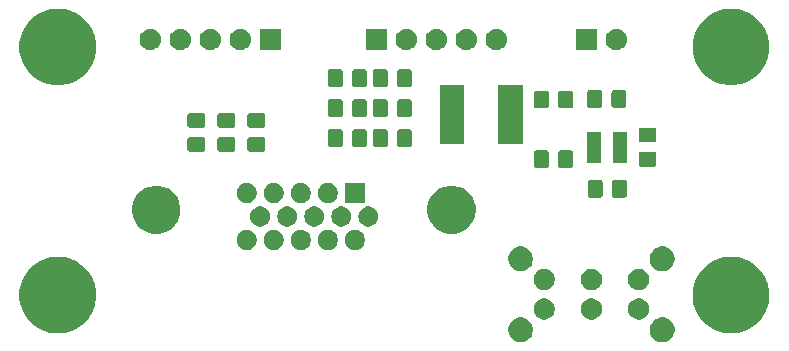
<source format=gbr>
G04 #@! TF.GenerationSoftware,KiCad,Pcbnew,6.0.0-rc1-unknown-r14633-2e907bfa*
G04 #@! TF.CreationDate,2018-12-23T16:51:31-08:00
G04 #@! TF.ProjectId,td-rgb,74642d72-6762-42e6-9b69-6361645f7063,rev?*
G04 #@! TF.SameCoordinates,Original*
G04 #@! TF.FileFunction,Soldermask,Top*
G04 #@! TF.FilePolarity,Negative*
%FSLAX46Y46*%
G04 Gerber Fmt 4.6, Leading zero omitted, Abs format (unit mm)*
G04 Created by KiCad (PCBNEW 6.0.0-rc1-unknown-r14633-2e907bfa) date Sun 23 Dec 2018 04:51:31 PM PST*
%MOMM*%
%LPD*%
G04 APERTURE LIST*
%ADD10C,0.100000*%
G04 APERTURE END LIST*
D10*
G36*
X165488566Y-109919389D02*
G01*
X165679835Y-109998615D01*
X165851977Y-110113637D01*
X165998364Y-110260024D01*
X166113386Y-110432166D01*
X166192612Y-110623435D01*
X166233001Y-110826484D01*
X166233001Y-111033516D01*
X166192612Y-111236565D01*
X166113386Y-111427834D01*
X165998364Y-111599976D01*
X165851977Y-111746363D01*
X165679835Y-111861385D01*
X165488566Y-111940611D01*
X165285517Y-111981000D01*
X165078485Y-111981000D01*
X164875436Y-111940611D01*
X164684167Y-111861385D01*
X164512025Y-111746363D01*
X164365638Y-111599976D01*
X164250616Y-111427834D01*
X164171390Y-111236565D01*
X164131001Y-111033516D01*
X164131001Y-110826484D01*
X164171390Y-110623435D01*
X164250616Y-110432166D01*
X164365638Y-110260024D01*
X164512025Y-110113637D01*
X164684167Y-109998615D01*
X164875436Y-109919389D01*
X165078485Y-109879000D01*
X165285517Y-109879000D01*
X165488566Y-109919389D01*
X165488566Y-109919389D01*
G37*
G36*
X153488566Y-109919389D02*
G01*
X153679835Y-109998615D01*
X153851977Y-110113637D01*
X153998364Y-110260024D01*
X154113386Y-110432166D01*
X154192612Y-110623435D01*
X154233001Y-110826484D01*
X154233001Y-111033516D01*
X154192612Y-111236565D01*
X154113386Y-111427834D01*
X153998364Y-111599976D01*
X153851977Y-111746363D01*
X153679835Y-111861385D01*
X153488566Y-111940611D01*
X153285517Y-111981000D01*
X153078485Y-111981000D01*
X152875436Y-111940611D01*
X152684167Y-111861385D01*
X152512025Y-111746363D01*
X152365638Y-111599976D01*
X152250616Y-111427834D01*
X152171390Y-111236565D01*
X152131001Y-111033516D01*
X152131001Y-110826484D01*
X152171390Y-110623435D01*
X152250616Y-110432166D01*
X152365638Y-110260024D01*
X152512025Y-110113637D01*
X152684167Y-109998615D01*
X152875436Y-109919389D01*
X153078485Y-109879000D01*
X153285517Y-109879000D01*
X153488566Y-109919389D01*
X153488566Y-109919389D01*
G37*
G36*
X171634239Y-104811467D02*
G01*
X171948282Y-104873934D01*
X172539926Y-105119001D01*
X173002126Y-105427834D01*
X173072395Y-105474786D01*
X173525214Y-105927605D01*
X173525216Y-105927608D01*
X173880999Y-106460074D01*
X174126066Y-107051718D01*
X174126066Y-107051719D01*
X174251000Y-107679803D01*
X174251000Y-108320197D01*
X174188533Y-108634239D01*
X174126066Y-108948282D01*
X173880999Y-109539926D01*
X173627449Y-109919390D01*
X173525214Y-110072395D01*
X173072395Y-110525214D01*
X173072392Y-110525216D01*
X172539926Y-110880999D01*
X171948282Y-111126066D01*
X171634239Y-111188533D01*
X171320197Y-111251000D01*
X170679803Y-111251000D01*
X170365761Y-111188533D01*
X170051718Y-111126066D01*
X169460074Y-110880999D01*
X168927608Y-110525216D01*
X168927605Y-110525214D01*
X168474786Y-110072395D01*
X168372551Y-109919390D01*
X168119001Y-109539926D01*
X167873934Y-108948282D01*
X167811467Y-108634239D01*
X167749000Y-108320197D01*
X167749000Y-107679803D01*
X167873934Y-107051719D01*
X167873934Y-107051718D01*
X168119001Y-106460074D01*
X168474784Y-105927608D01*
X168474786Y-105927605D01*
X168927605Y-105474786D01*
X168997874Y-105427834D01*
X169460074Y-105119001D01*
X170051718Y-104873934D01*
X170365761Y-104811467D01*
X170679803Y-104749000D01*
X171320197Y-104749000D01*
X171634239Y-104811467D01*
X171634239Y-104811467D01*
G37*
G36*
X114634239Y-104811467D02*
G01*
X114948282Y-104873934D01*
X115539926Y-105119001D01*
X116002126Y-105427834D01*
X116072395Y-105474786D01*
X116525214Y-105927605D01*
X116525216Y-105927608D01*
X116880999Y-106460074D01*
X117126066Y-107051718D01*
X117126066Y-107051719D01*
X117251000Y-107679803D01*
X117251000Y-108320197D01*
X117188533Y-108634239D01*
X117126066Y-108948282D01*
X116880999Y-109539926D01*
X116627449Y-109919390D01*
X116525214Y-110072395D01*
X116072395Y-110525214D01*
X116072392Y-110525216D01*
X115539926Y-110880999D01*
X114948282Y-111126066D01*
X114634239Y-111188533D01*
X114320197Y-111251000D01*
X113679803Y-111251000D01*
X113365761Y-111188533D01*
X113051718Y-111126066D01*
X112460074Y-110880999D01*
X111927608Y-110525216D01*
X111927605Y-110525214D01*
X111474786Y-110072395D01*
X111372551Y-109919390D01*
X111119001Y-109539926D01*
X110873934Y-108948282D01*
X110811467Y-108634239D01*
X110749000Y-108320197D01*
X110749000Y-107679803D01*
X110873934Y-107051719D01*
X110873934Y-107051718D01*
X111119001Y-106460074D01*
X111474784Y-105927608D01*
X111474786Y-105927605D01*
X111927605Y-105474786D01*
X111997874Y-105427834D01*
X112460074Y-105119001D01*
X113051718Y-104873934D01*
X113365761Y-104811467D01*
X113679803Y-104749000D01*
X114320197Y-104749000D01*
X114634239Y-104811467D01*
X114634239Y-104811467D01*
G37*
G36*
X155444813Y-108313624D02*
G01*
X155608785Y-108381544D01*
X155756355Y-108480147D01*
X155881854Y-108605646D01*
X155980457Y-108753216D01*
X156048377Y-108917188D01*
X156083001Y-109091259D01*
X156083001Y-109268741D01*
X156048377Y-109442812D01*
X155980457Y-109606784D01*
X155881854Y-109754354D01*
X155756355Y-109879853D01*
X155608785Y-109978456D01*
X155444813Y-110046376D01*
X155270742Y-110081000D01*
X155093260Y-110081000D01*
X154919189Y-110046376D01*
X154755217Y-109978456D01*
X154607647Y-109879853D01*
X154482148Y-109754354D01*
X154383545Y-109606784D01*
X154315625Y-109442812D01*
X154281001Y-109268741D01*
X154281001Y-109091259D01*
X154315625Y-108917188D01*
X154383545Y-108753216D01*
X154482148Y-108605646D01*
X154607647Y-108480147D01*
X154755217Y-108381544D01*
X154919189Y-108313624D01*
X155093260Y-108279000D01*
X155270742Y-108279000D01*
X155444813Y-108313624D01*
X155444813Y-108313624D01*
G37*
G36*
X163444813Y-108313624D02*
G01*
X163608785Y-108381544D01*
X163756355Y-108480147D01*
X163881854Y-108605646D01*
X163980457Y-108753216D01*
X164048377Y-108917188D01*
X164083001Y-109091259D01*
X164083001Y-109268741D01*
X164048377Y-109442812D01*
X163980457Y-109606784D01*
X163881854Y-109754354D01*
X163756355Y-109879853D01*
X163608785Y-109978456D01*
X163444813Y-110046376D01*
X163270742Y-110081000D01*
X163093260Y-110081000D01*
X162919189Y-110046376D01*
X162755217Y-109978456D01*
X162607647Y-109879853D01*
X162482148Y-109754354D01*
X162383545Y-109606784D01*
X162315625Y-109442812D01*
X162281001Y-109268741D01*
X162281001Y-109091259D01*
X162315625Y-108917188D01*
X162383545Y-108753216D01*
X162482148Y-108605646D01*
X162607647Y-108480147D01*
X162755217Y-108381544D01*
X162919189Y-108313624D01*
X163093260Y-108279000D01*
X163270742Y-108279000D01*
X163444813Y-108313624D01*
X163444813Y-108313624D01*
G37*
G36*
X159444813Y-108313624D02*
G01*
X159608785Y-108381544D01*
X159756355Y-108480147D01*
X159881854Y-108605646D01*
X159980457Y-108753216D01*
X160048377Y-108917188D01*
X160083001Y-109091259D01*
X160083001Y-109268741D01*
X160048377Y-109442812D01*
X159980457Y-109606784D01*
X159881854Y-109754354D01*
X159756355Y-109879853D01*
X159608785Y-109978456D01*
X159444813Y-110046376D01*
X159270742Y-110081000D01*
X159093260Y-110081000D01*
X158919189Y-110046376D01*
X158755217Y-109978456D01*
X158607647Y-109879853D01*
X158482148Y-109754354D01*
X158383545Y-109606784D01*
X158315625Y-109442812D01*
X158281001Y-109268741D01*
X158281001Y-109091259D01*
X158315625Y-108917188D01*
X158383545Y-108753216D01*
X158482148Y-108605646D01*
X158607647Y-108480147D01*
X158755217Y-108381544D01*
X158919189Y-108313624D01*
X159093260Y-108279000D01*
X159270742Y-108279000D01*
X159444813Y-108313624D01*
X159444813Y-108313624D01*
G37*
G36*
X163444813Y-105813624D02*
G01*
X163608785Y-105881544D01*
X163756355Y-105980147D01*
X163881854Y-106105646D01*
X163980457Y-106253216D01*
X164048377Y-106417188D01*
X164083001Y-106591259D01*
X164083001Y-106768741D01*
X164048377Y-106942812D01*
X163980457Y-107106784D01*
X163881854Y-107254354D01*
X163756355Y-107379853D01*
X163608785Y-107478456D01*
X163444813Y-107546376D01*
X163270742Y-107581000D01*
X163093260Y-107581000D01*
X162919189Y-107546376D01*
X162755217Y-107478456D01*
X162607647Y-107379853D01*
X162482148Y-107254354D01*
X162383545Y-107106784D01*
X162315625Y-106942812D01*
X162281001Y-106768741D01*
X162281001Y-106591259D01*
X162315625Y-106417188D01*
X162383545Y-106253216D01*
X162482148Y-106105646D01*
X162607647Y-105980147D01*
X162755217Y-105881544D01*
X162919189Y-105813624D01*
X163093260Y-105779000D01*
X163270742Y-105779000D01*
X163444813Y-105813624D01*
X163444813Y-105813624D01*
G37*
G36*
X155444813Y-105813624D02*
G01*
X155608785Y-105881544D01*
X155756355Y-105980147D01*
X155881854Y-106105646D01*
X155980457Y-106253216D01*
X156048377Y-106417188D01*
X156083001Y-106591259D01*
X156083001Y-106768741D01*
X156048377Y-106942812D01*
X155980457Y-107106784D01*
X155881854Y-107254354D01*
X155756355Y-107379853D01*
X155608785Y-107478456D01*
X155444813Y-107546376D01*
X155270742Y-107581000D01*
X155093260Y-107581000D01*
X154919189Y-107546376D01*
X154755217Y-107478456D01*
X154607647Y-107379853D01*
X154482148Y-107254354D01*
X154383545Y-107106784D01*
X154315625Y-106942812D01*
X154281001Y-106768741D01*
X154281001Y-106591259D01*
X154315625Y-106417188D01*
X154383545Y-106253216D01*
X154482148Y-106105646D01*
X154607647Y-105980147D01*
X154755217Y-105881544D01*
X154919189Y-105813624D01*
X155093260Y-105779000D01*
X155270742Y-105779000D01*
X155444813Y-105813624D01*
X155444813Y-105813624D01*
G37*
G36*
X159444813Y-105813624D02*
G01*
X159608785Y-105881544D01*
X159756355Y-105980147D01*
X159881854Y-106105646D01*
X159980457Y-106253216D01*
X160048377Y-106417188D01*
X160083001Y-106591259D01*
X160083001Y-106768741D01*
X160048377Y-106942812D01*
X159980457Y-107106784D01*
X159881854Y-107254354D01*
X159756355Y-107379853D01*
X159608785Y-107478456D01*
X159444813Y-107546376D01*
X159270742Y-107581000D01*
X159093260Y-107581000D01*
X158919189Y-107546376D01*
X158755217Y-107478456D01*
X158607647Y-107379853D01*
X158482148Y-107254354D01*
X158383545Y-107106784D01*
X158315625Y-106942812D01*
X158281001Y-106768741D01*
X158281001Y-106591259D01*
X158315625Y-106417188D01*
X158383545Y-106253216D01*
X158482148Y-106105646D01*
X158607647Y-105980147D01*
X158755217Y-105881544D01*
X158919189Y-105813624D01*
X159093260Y-105779000D01*
X159270742Y-105779000D01*
X159444813Y-105813624D01*
X159444813Y-105813624D01*
G37*
G36*
X165488566Y-103919389D02*
G01*
X165679835Y-103998615D01*
X165851977Y-104113637D01*
X165998364Y-104260024D01*
X166113386Y-104432166D01*
X166192612Y-104623435D01*
X166233001Y-104826484D01*
X166233001Y-105033516D01*
X166192612Y-105236565D01*
X166113386Y-105427834D01*
X165998364Y-105599976D01*
X165851977Y-105746363D01*
X165679835Y-105861385D01*
X165488566Y-105940611D01*
X165285517Y-105981000D01*
X165078485Y-105981000D01*
X164875436Y-105940611D01*
X164684167Y-105861385D01*
X164512025Y-105746363D01*
X164365638Y-105599976D01*
X164250616Y-105427834D01*
X164171390Y-105236565D01*
X164131001Y-105033516D01*
X164131001Y-104826484D01*
X164171390Y-104623435D01*
X164250616Y-104432166D01*
X164365638Y-104260024D01*
X164512025Y-104113637D01*
X164684167Y-103998615D01*
X164875436Y-103919389D01*
X165078485Y-103879000D01*
X165285517Y-103879000D01*
X165488566Y-103919389D01*
X165488566Y-103919389D01*
G37*
G36*
X153488566Y-103919389D02*
G01*
X153679835Y-103998615D01*
X153851977Y-104113637D01*
X153998364Y-104260024D01*
X154113386Y-104432166D01*
X154192612Y-104623435D01*
X154233001Y-104826484D01*
X154233001Y-105033516D01*
X154192612Y-105236565D01*
X154113386Y-105427834D01*
X153998364Y-105599976D01*
X153851977Y-105746363D01*
X153679835Y-105861385D01*
X153488566Y-105940611D01*
X153285517Y-105981000D01*
X153078485Y-105981000D01*
X152875436Y-105940611D01*
X152684167Y-105861385D01*
X152512025Y-105746363D01*
X152365638Y-105599976D01*
X152250616Y-105427834D01*
X152171390Y-105236565D01*
X152131001Y-105033516D01*
X152131001Y-104826484D01*
X152171390Y-104623435D01*
X152250616Y-104432166D01*
X152365638Y-104260024D01*
X152512025Y-104113637D01*
X152684167Y-103998615D01*
X152875436Y-103919389D01*
X153078485Y-103879000D01*
X153285517Y-103879000D01*
X153488566Y-103919389D01*
X153488566Y-103919389D01*
G37*
G36*
X137105229Y-102510042D02*
G01*
X137260101Y-102574192D01*
X137399482Y-102667324D01*
X137518016Y-102785858D01*
X137611148Y-102925239D01*
X137675298Y-103080111D01*
X137708001Y-103244523D01*
X137708001Y-103412155D01*
X137675298Y-103576567D01*
X137611148Y-103731439D01*
X137518016Y-103870820D01*
X137399482Y-103989354D01*
X137260101Y-104082486D01*
X137105229Y-104146636D01*
X136940817Y-104179339D01*
X136773185Y-104179339D01*
X136608773Y-104146636D01*
X136453901Y-104082486D01*
X136314520Y-103989354D01*
X136195986Y-103870820D01*
X136102854Y-103731439D01*
X136038704Y-103576567D01*
X136006001Y-103412155D01*
X136006001Y-103244523D01*
X136038704Y-103080111D01*
X136102854Y-102925239D01*
X136195986Y-102785858D01*
X136314520Y-102667324D01*
X136453901Y-102574192D01*
X136608773Y-102510042D01*
X136773185Y-102477339D01*
X136940817Y-102477339D01*
X137105229Y-102510042D01*
X137105229Y-102510042D01*
G37*
G36*
X139395229Y-102510042D02*
G01*
X139550101Y-102574192D01*
X139689482Y-102667324D01*
X139808016Y-102785858D01*
X139901148Y-102925239D01*
X139965298Y-103080111D01*
X139998001Y-103244523D01*
X139998001Y-103412155D01*
X139965298Y-103576567D01*
X139901148Y-103731439D01*
X139808016Y-103870820D01*
X139689482Y-103989354D01*
X139550101Y-104082486D01*
X139395229Y-104146636D01*
X139230817Y-104179339D01*
X139063185Y-104179339D01*
X138898773Y-104146636D01*
X138743901Y-104082486D01*
X138604520Y-103989354D01*
X138485986Y-103870820D01*
X138392854Y-103731439D01*
X138328704Y-103576567D01*
X138296001Y-103412155D01*
X138296001Y-103244523D01*
X138328704Y-103080111D01*
X138392854Y-102925239D01*
X138485986Y-102785858D01*
X138604520Y-102667324D01*
X138743901Y-102574192D01*
X138898773Y-102510042D01*
X139063185Y-102477339D01*
X139230817Y-102477339D01*
X139395229Y-102510042D01*
X139395229Y-102510042D01*
G37*
G36*
X134815229Y-102510042D02*
G01*
X134970101Y-102574192D01*
X135109482Y-102667324D01*
X135228016Y-102785858D01*
X135321148Y-102925239D01*
X135385298Y-103080111D01*
X135418001Y-103244523D01*
X135418001Y-103412155D01*
X135385298Y-103576567D01*
X135321148Y-103731439D01*
X135228016Y-103870820D01*
X135109482Y-103989354D01*
X134970101Y-104082486D01*
X134815229Y-104146636D01*
X134650817Y-104179339D01*
X134483185Y-104179339D01*
X134318773Y-104146636D01*
X134163901Y-104082486D01*
X134024520Y-103989354D01*
X133905986Y-103870820D01*
X133812854Y-103731439D01*
X133748704Y-103576567D01*
X133716001Y-103412155D01*
X133716001Y-103244523D01*
X133748704Y-103080111D01*
X133812854Y-102925239D01*
X133905986Y-102785858D01*
X134024520Y-102667324D01*
X134163901Y-102574192D01*
X134318773Y-102510042D01*
X134483185Y-102477339D01*
X134650817Y-102477339D01*
X134815229Y-102510042D01*
X134815229Y-102510042D01*
G37*
G36*
X132525229Y-102510042D02*
G01*
X132680101Y-102574192D01*
X132819482Y-102667324D01*
X132938016Y-102785858D01*
X133031148Y-102925239D01*
X133095298Y-103080111D01*
X133128001Y-103244523D01*
X133128001Y-103412155D01*
X133095298Y-103576567D01*
X133031148Y-103731439D01*
X132938016Y-103870820D01*
X132819482Y-103989354D01*
X132680101Y-104082486D01*
X132525229Y-104146636D01*
X132360817Y-104179339D01*
X132193185Y-104179339D01*
X132028773Y-104146636D01*
X131873901Y-104082486D01*
X131734520Y-103989354D01*
X131615986Y-103870820D01*
X131522854Y-103731439D01*
X131458704Y-103576567D01*
X131426001Y-103412155D01*
X131426001Y-103244523D01*
X131458704Y-103080111D01*
X131522854Y-102925239D01*
X131615986Y-102785858D01*
X131734520Y-102667324D01*
X131873901Y-102574192D01*
X132028773Y-102510042D01*
X132193185Y-102477339D01*
X132360817Y-102477339D01*
X132525229Y-102510042D01*
X132525229Y-102510042D01*
G37*
G36*
X130235229Y-102510042D02*
G01*
X130390101Y-102574192D01*
X130529482Y-102667324D01*
X130648016Y-102785858D01*
X130741148Y-102925239D01*
X130805298Y-103080111D01*
X130838001Y-103244523D01*
X130838001Y-103412155D01*
X130805298Y-103576567D01*
X130741148Y-103731439D01*
X130648016Y-103870820D01*
X130529482Y-103989354D01*
X130390101Y-104082486D01*
X130235229Y-104146636D01*
X130070817Y-104179339D01*
X129903185Y-104179339D01*
X129738773Y-104146636D01*
X129583901Y-104082486D01*
X129444520Y-103989354D01*
X129325986Y-103870820D01*
X129232854Y-103731439D01*
X129168704Y-103576567D01*
X129136001Y-103412155D01*
X129136001Y-103244523D01*
X129168704Y-103080111D01*
X129232854Y-102925239D01*
X129325986Y-102785858D01*
X129444520Y-102667324D01*
X129583901Y-102574192D01*
X129738773Y-102510042D01*
X129903185Y-102477339D01*
X130070817Y-102477339D01*
X130235229Y-102510042D01*
X130235229Y-102510042D01*
G37*
G36*
X122930253Y-98816157D02*
G01*
X122930255Y-98816158D01*
X122930256Y-98816158D01*
X123303514Y-98970766D01*
X123303515Y-98970767D01*
X123639440Y-99195225D01*
X123925115Y-99480900D01*
X123925117Y-99480903D01*
X124149574Y-99816826D01*
X124276182Y-100122486D01*
X124304183Y-100190087D01*
X124383001Y-100586332D01*
X124383001Y-100990346D01*
X124328464Y-101264523D01*
X124304182Y-101386594D01*
X124149574Y-101759852D01*
X124149573Y-101759853D01*
X123925115Y-102095778D01*
X123639440Y-102381453D01*
X123639437Y-102381455D01*
X123303514Y-102605912D01*
X122930256Y-102760520D01*
X122930255Y-102760520D01*
X122930253Y-102760521D01*
X122534008Y-102839339D01*
X122129994Y-102839339D01*
X121733749Y-102760521D01*
X121733747Y-102760520D01*
X121733746Y-102760520D01*
X121360488Y-102605912D01*
X121024565Y-102381455D01*
X121024562Y-102381453D01*
X120738887Y-102095778D01*
X120514429Y-101759853D01*
X120514428Y-101759852D01*
X120359820Y-101386594D01*
X120335539Y-101264523D01*
X120281001Y-100990346D01*
X120281001Y-100586332D01*
X120359819Y-100190087D01*
X120387820Y-100122486D01*
X120514428Y-99816826D01*
X120738885Y-99480903D01*
X120738887Y-99480900D01*
X121024562Y-99195225D01*
X121360487Y-98970767D01*
X121360488Y-98970766D01*
X121733746Y-98816158D01*
X121733747Y-98816158D01*
X121733749Y-98816157D01*
X122129994Y-98737339D01*
X122534008Y-98737339D01*
X122930253Y-98816157D01*
X122930253Y-98816157D01*
G37*
G36*
X147930253Y-98816157D02*
G01*
X147930255Y-98816158D01*
X147930256Y-98816158D01*
X148303514Y-98970766D01*
X148303515Y-98970767D01*
X148639440Y-99195225D01*
X148925115Y-99480900D01*
X148925117Y-99480903D01*
X149149574Y-99816826D01*
X149276182Y-100122486D01*
X149304183Y-100190087D01*
X149383001Y-100586332D01*
X149383001Y-100990346D01*
X149328464Y-101264523D01*
X149304182Y-101386594D01*
X149149574Y-101759852D01*
X149149573Y-101759853D01*
X148925115Y-102095778D01*
X148639440Y-102381453D01*
X148639437Y-102381455D01*
X148303514Y-102605912D01*
X147930256Y-102760520D01*
X147930255Y-102760520D01*
X147930253Y-102760521D01*
X147534008Y-102839339D01*
X147129994Y-102839339D01*
X146733749Y-102760521D01*
X146733747Y-102760520D01*
X146733746Y-102760520D01*
X146360488Y-102605912D01*
X146024565Y-102381455D01*
X146024562Y-102381453D01*
X145738887Y-102095778D01*
X145514429Y-101759853D01*
X145514428Y-101759852D01*
X145359820Y-101386594D01*
X145335539Y-101264523D01*
X145281001Y-100990346D01*
X145281001Y-100586332D01*
X145359819Y-100190087D01*
X145387820Y-100122486D01*
X145514428Y-99816826D01*
X145738885Y-99480903D01*
X145738887Y-99480900D01*
X146024562Y-99195225D01*
X146360487Y-98970767D01*
X146360488Y-98970766D01*
X146733746Y-98816158D01*
X146733747Y-98816158D01*
X146733749Y-98816157D01*
X147129994Y-98737339D01*
X147534008Y-98737339D01*
X147930253Y-98816157D01*
X147930253Y-98816157D01*
G37*
G36*
X138250229Y-100530042D02*
G01*
X138405101Y-100594192D01*
X138544482Y-100687324D01*
X138663016Y-100805858D01*
X138756148Y-100945239D01*
X138820298Y-101100111D01*
X138853001Y-101264523D01*
X138853001Y-101432155D01*
X138820298Y-101596567D01*
X138756148Y-101751439D01*
X138663016Y-101890820D01*
X138544482Y-102009354D01*
X138405101Y-102102486D01*
X138250229Y-102166636D01*
X138085817Y-102199339D01*
X137918185Y-102199339D01*
X137753773Y-102166636D01*
X137598901Y-102102486D01*
X137459520Y-102009354D01*
X137340986Y-101890820D01*
X137247854Y-101751439D01*
X137183704Y-101596567D01*
X137151001Y-101432155D01*
X137151001Y-101264523D01*
X137183704Y-101100111D01*
X137247854Y-100945239D01*
X137340986Y-100805858D01*
X137459520Y-100687324D01*
X137598901Y-100594192D01*
X137753773Y-100530042D01*
X137918185Y-100497339D01*
X138085817Y-100497339D01*
X138250229Y-100530042D01*
X138250229Y-100530042D01*
G37*
G36*
X131380229Y-100530042D02*
G01*
X131535101Y-100594192D01*
X131674482Y-100687324D01*
X131793016Y-100805858D01*
X131886148Y-100945239D01*
X131950298Y-101100111D01*
X131983001Y-101264523D01*
X131983001Y-101432155D01*
X131950298Y-101596567D01*
X131886148Y-101751439D01*
X131793016Y-101890820D01*
X131674482Y-102009354D01*
X131535101Y-102102486D01*
X131380229Y-102166636D01*
X131215817Y-102199339D01*
X131048185Y-102199339D01*
X130883773Y-102166636D01*
X130728901Y-102102486D01*
X130589520Y-102009354D01*
X130470986Y-101890820D01*
X130377854Y-101751439D01*
X130313704Y-101596567D01*
X130281001Y-101432155D01*
X130281001Y-101264523D01*
X130313704Y-101100111D01*
X130377854Y-100945239D01*
X130470986Y-100805858D01*
X130589520Y-100687324D01*
X130728901Y-100594192D01*
X130883773Y-100530042D01*
X131048185Y-100497339D01*
X131215817Y-100497339D01*
X131380229Y-100530042D01*
X131380229Y-100530042D01*
G37*
G36*
X135960229Y-100530042D02*
G01*
X136115101Y-100594192D01*
X136254482Y-100687324D01*
X136373016Y-100805858D01*
X136466148Y-100945239D01*
X136530298Y-101100111D01*
X136563001Y-101264523D01*
X136563001Y-101432155D01*
X136530298Y-101596567D01*
X136466148Y-101751439D01*
X136373016Y-101890820D01*
X136254482Y-102009354D01*
X136115101Y-102102486D01*
X135960229Y-102166636D01*
X135795817Y-102199339D01*
X135628185Y-102199339D01*
X135463773Y-102166636D01*
X135308901Y-102102486D01*
X135169520Y-102009354D01*
X135050986Y-101890820D01*
X134957854Y-101751439D01*
X134893704Y-101596567D01*
X134861001Y-101432155D01*
X134861001Y-101264523D01*
X134893704Y-101100111D01*
X134957854Y-100945239D01*
X135050986Y-100805858D01*
X135169520Y-100687324D01*
X135308901Y-100594192D01*
X135463773Y-100530042D01*
X135628185Y-100497339D01*
X135795817Y-100497339D01*
X135960229Y-100530042D01*
X135960229Y-100530042D01*
G37*
G36*
X133670229Y-100530042D02*
G01*
X133825101Y-100594192D01*
X133964482Y-100687324D01*
X134083016Y-100805858D01*
X134176148Y-100945239D01*
X134240298Y-101100111D01*
X134273001Y-101264523D01*
X134273001Y-101432155D01*
X134240298Y-101596567D01*
X134176148Y-101751439D01*
X134083016Y-101890820D01*
X133964482Y-102009354D01*
X133825101Y-102102486D01*
X133670229Y-102166636D01*
X133505817Y-102199339D01*
X133338185Y-102199339D01*
X133173773Y-102166636D01*
X133018901Y-102102486D01*
X132879520Y-102009354D01*
X132760986Y-101890820D01*
X132667854Y-101751439D01*
X132603704Y-101596567D01*
X132571001Y-101432155D01*
X132571001Y-101264523D01*
X132603704Y-101100111D01*
X132667854Y-100945239D01*
X132760986Y-100805858D01*
X132879520Y-100687324D01*
X133018901Y-100594192D01*
X133173773Y-100530042D01*
X133338185Y-100497339D01*
X133505817Y-100497339D01*
X133670229Y-100530042D01*
X133670229Y-100530042D01*
G37*
G36*
X140540229Y-100530042D02*
G01*
X140695101Y-100594192D01*
X140834482Y-100687324D01*
X140953016Y-100805858D01*
X141046148Y-100945239D01*
X141110298Y-101100111D01*
X141143001Y-101264523D01*
X141143001Y-101432155D01*
X141110298Y-101596567D01*
X141046148Y-101751439D01*
X140953016Y-101890820D01*
X140834482Y-102009354D01*
X140695101Y-102102486D01*
X140540229Y-102166636D01*
X140375817Y-102199339D01*
X140208185Y-102199339D01*
X140043773Y-102166636D01*
X139888901Y-102102486D01*
X139749520Y-102009354D01*
X139630986Y-101890820D01*
X139537854Y-101751439D01*
X139473704Y-101596567D01*
X139441001Y-101432155D01*
X139441001Y-101264523D01*
X139473704Y-101100111D01*
X139537854Y-100945239D01*
X139630986Y-100805858D01*
X139749520Y-100687324D01*
X139888901Y-100594192D01*
X140043773Y-100530042D01*
X140208185Y-100497339D01*
X140375817Y-100497339D01*
X140540229Y-100530042D01*
X140540229Y-100530042D01*
G37*
G36*
X139998001Y-100219339D02*
G01*
X138296001Y-100219339D01*
X138296001Y-98517339D01*
X139998001Y-98517339D01*
X139998001Y-100219339D01*
X139998001Y-100219339D01*
G37*
G36*
X130235229Y-98550042D02*
G01*
X130390101Y-98614192D01*
X130529482Y-98707324D01*
X130648016Y-98825858D01*
X130741148Y-98965239D01*
X130805298Y-99120111D01*
X130838001Y-99284523D01*
X130838001Y-99452155D01*
X130805298Y-99616567D01*
X130741148Y-99771439D01*
X130648016Y-99910820D01*
X130529482Y-100029354D01*
X130390101Y-100122486D01*
X130235229Y-100186636D01*
X130070817Y-100219339D01*
X129903185Y-100219339D01*
X129738773Y-100186636D01*
X129583901Y-100122486D01*
X129444520Y-100029354D01*
X129325986Y-99910820D01*
X129232854Y-99771439D01*
X129168704Y-99616567D01*
X129136001Y-99452155D01*
X129136001Y-99284523D01*
X129168704Y-99120111D01*
X129232854Y-98965239D01*
X129325986Y-98825858D01*
X129444520Y-98707324D01*
X129583901Y-98614192D01*
X129738773Y-98550042D01*
X129903185Y-98517339D01*
X130070817Y-98517339D01*
X130235229Y-98550042D01*
X130235229Y-98550042D01*
G37*
G36*
X132525229Y-98550042D02*
G01*
X132680101Y-98614192D01*
X132819482Y-98707324D01*
X132938016Y-98825858D01*
X133031148Y-98965239D01*
X133095298Y-99120111D01*
X133128001Y-99284523D01*
X133128001Y-99452155D01*
X133095298Y-99616567D01*
X133031148Y-99771439D01*
X132938016Y-99910820D01*
X132819482Y-100029354D01*
X132680101Y-100122486D01*
X132525229Y-100186636D01*
X132360817Y-100219339D01*
X132193185Y-100219339D01*
X132028773Y-100186636D01*
X131873901Y-100122486D01*
X131734520Y-100029354D01*
X131615986Y-99910820D01*
X131522854Y-99771439D01*
X131458704Y-99616567D01*
X131426001Y-99452155D01*
X131426001Y-99284523D01*
X131458704Y-99120111D01*
X131522854Y-98965239D01*
X131615986Y-98825858D01*
X131734520Y-98707324D01*
X131873901Y-98614192D01*
X132028773Y-98550042D01*
X132193185Y-98517339D01*
X132360817Y-98517339D01*
X132525229Y-98550042D01*
X132525229Y-98550042D01*
G37*
G36*
X134815229Y-98550042D02*
G01*
X134970101Y-98614192D01*
X135109482Y-98707324D01*
X135228016Y-98825858D01*
X135321148Y-98965239D01*
X135385298Y-99120111D01*
X135418001Y-99284523D01*
X135418001Y-99452155D01*
X135385298Y-99616567D01*
X135321148Y-99771439D01*
X135228016Y-99910820D01*
X135109482Y-100029354D01*
X134970101Y-100122486D01*
X134815229Y-100186636D01*
X134650817Y-100219339D01*
X134483185Y-100219339D01*
X134318773Y-100186636D01*
X134163901Y-100122486D01*
X134024520Y-100029354D01*
X133905986Y-99910820D01*
X133812854Y-99771439D01*
X133748704Y-99616567D01*
X133716001Y-99452155D01*
X133716001Y-99284523D01*
X133748704Y-99120111D01*
X133812854Y-98965239D01*
X133905986Y-98825858D01*
X134024520Y-98707324D01*
X134163901Y-98614192D01*
X134318773Y-98550042D01*
X134483185Y-98517339D01*
X134650817Y-98517339D01*
X134815229Y-98550042D01*
X134815229Y-98550042D01*
G37*
G36*
X137105229Y-98550042D02*
G01*
X137260101Y-98614192D01*
X137399482Y-98707324D01*
X137518016Y-98825858D01*
X137611148Y-98965239D01*
X137675298Y-99120111D01*
X137708001Y-99284523D01*
X137708001Y-99452155D01*
X137675298Y-99616567D01*
X137611148Y-99771439D01*
X137518016Y-99910820D01*
X137399482Y-100029354D01*
X137260101Y-100122486D01*
X137105229Y-100186636D01*
X136940817Y-100219339D01*
X136773185Y-100219339D01*
X136608773Y-100186636D01*
X136453901Y-100122486D01*
X136314520Y-100029354D01*
X136195986Y-99910820D01*
X136102854Y-99771439D01*
X136038704Y-99616567D01*
X136006001Y-99452155D01*
X136006001Y-99284523D01*
X136038704Y-99120111D01*
X136102854Y-98965239D01*
X136195986Y-98825858D01*
X136314520Y-98707324D01*
X136453901Y-98614192D01*
X136608773Y-98550042D01*
X136773185Y-98517339D01*
X136940817Y-98517339D01*
X137105229Y-98550042D01*
X137105229Y-98550042D01*
G37*
G36*
X162013677Y-98253465D02*
G01*
X162051364Y-98264898D01*
X162086103Y-98283466D01*
X162116548Y-98308452D01*
X162141534Y-98338897D01*
X162160102Y-98373636D01*
X162171535Y-98411323D01*
X162176000Y-98456661D01*
X162176000Y-99543339D01*
X162171535Y-99588677D01*
X162160102Y-99626364D01*
X162141534Y-99661103D01*
X162116548Y-99691548D01*
X162086103Y-99716534D01*
X162051364Y-99735102D01*
X162013677Y-99746535D01*
X161968339Y-99751000D01*
X161131661Y-99751000D01*
X161086323Y-99746535D01*
X161048636Y-99735102D01*
X161013897Y-99716534D01*
X160983452Y-99691548D01*
X160958466Y-99661103D01*
X160939898Y-99626364D01*
X160928465Y-99588677D01*
X160924000Y-99543339D01*
X160924000Y-98456661D01*
X160928465Y-98411323D01*
X160939898Y-98373636D01*
X160958466Y-98338897D01*
X160983452Y-98308452D01*
X161013897Y-98283466D01*
X161048636Y-98264898D01*
X161086323Y-98253465D01*
X161131661Y-98249000D01*
X161968339Y-98249000D01*
X162013677Y-98253465D01*
X162013677Y-98253465D01*
G37*
G36*
X159963677Y-98253465D02*
G01*
X160001364Y-98264898D01*
X160036103Y-98283466D01*
X160066548Y-98308452D01*
X160091534Y-98338897D01*
X160110102Y-98373636D01*
X160121535Y-98411323D01*
X160126000Y-98456661D01*
X160126000Y-99543339D01*
X160121535Y-99588677D01*
X160110102Y-99626364D01*
X160091534Y-99661103D01*
X160066548Y-99691548D01*
X160036103Y-99716534D01*
X160001364Y-99735102D01*
X159963677Y-99746535D01*
X159918339Y-99751000D01*
X159081661Y-99751000D01*
X159036323Y-99746535D01*
X158998636Y-99735102D01*
X158963897Y-99716534D01*
X158933452Y-99691548D01*
X158908466Y-99661103D01*
X158889898Y-99626364D01*
X158878465Y-99588677D01*
X158874000Y-99543339D01*
X158874000Y-98456661D01*
X158878465Y-98411323D01*
X158889898Y-98373636D01*
X158908466Y-98338897D01*
X158933452Y-98308452D01*
X158963897Y-98283466D01*
X158998636Y-98264898D01*
X159036323Y-98253465D01*
X159081661Y-98249000D01*
X159918339Y-98249000D01*
X159963677Y-98253465D01*
X159963677Y-98253465D01*
G37*
G36*
X157453677Y-95753465D02*
G01*
X157491364Y-95764898D01*
X157526103Y-95783466D01*
X157556548Y-95808452D01*
X157581534Y-95838897D01*
X157600102Y-95873636D01*
X157611535Y-95911323D01*
X157616000Y-95956661D01*
X157616000Y-97043339D01*
X157611535Y-97088677D01*
X157600102Y-97126364D01*
X157581534Y-97161103D01*
X157556548Y-97191548D01*
X157526103Y-97216534D01*
X157491364Y-97235102D01*
X157453677Y-97246535D01*
X157408339Y-97251000D01*
X156571661Y-97251000D01*
X156526323Y-97246535D01*
X156488636Y-97235102D01*
X156453897Y-97216534D01*
X156423452Y-97191548D01*
X156398466Y-97161103D01*
X156379898Y-97126364D01*
X156368465Y-97088677D01*
X156364000Y-97043339D01*
X156364000Y-95956661D01*
X156368465Y-95911323D01*
X156379898Y-95873636D01*
X156398466Y-95838897D01*
X156423452Y-95808452D01*
X156453897Y-95783466D01*
X156488636Y-95764898D01*
X156526323Y-95753465D01*
X156571661Y-95749000D01*
X157408339Y-95749000D01*
X157453677Y-95753465D01*
X157453677Y-95753465D01*
G37*
G36*
X155403677Y-95753465D02*
G01*
X155441364Y-95764898D01*
X155476103Y-95783466D01*
X155506548Y-95808452D01*
X155531534Y-95838897D01*
X155550102Y-95873636D01*
X155561535Y-95911323D01*
X155566000Y-95956661D01*
X155566000Y-97043339D01*
X155561535Y-97088677D01*
X155550102Y-97126364D01*
X155531534Y-97161103D01*
X155506548Y-97191548D01*
X155476103Y-97216534D01*
X155441364Y-97235102D01*
X155403677Y-97246535D01*
X155358339Y-97251000D01*
X154521661Y-97251000D01*
X154476323Y-97246535D01*
X154438636Y-97235102D01*
X154403897Y-97216534D01*
X154373452Y-97191548D01*
X154348466Y-97161103D01*
X154329898Y-97126364D01*
X154318465Y-97088677D01*
X154314000Y-97043339D01*
X154314000Y-95956661D01*
X154318465Y-95911323D01*
X154329898Y-95873636D01*
X154348466Y-95838897D01*
X154373452Y-95808452D01*
X154403897Y-95783466D01*
X154438636Y-95764898D01*
X154476323Y-95753465D01*
X154521661Y-95749000D01*
X155358339Y-95749000D01*
X155403677Y-95753465D01*
X155403677Y-95753465D01*
G37*
G36*
X164518676Y-95878465D02*
G01*
X164556363Y-95889898D01*
X164591102Y-95908466D01*
X164621547Y-95933452D01*
X164646533Y-95963897D01*
X164665101Y-95998636D01*
X164676534Y-96036323D01*
X164680999Y-96081661D01*
X164680999Y-96918339D01*
X164676534Y-96963677D01*
X164665101Y-97001364D01*
X164646533Y-97036103D01*
X164621547Y-97066548D01*
X164591102Y-97091534D01*
X164556363Y-97110102D01*
X164518676Y-97121535D01*
X164473338Y-97126000D01*
X163386660Y-97126000D01*
X163341322Y-97121535D01*
X163303635Y-97110102D01*
X163268896Y-97091534D01*
X163238451Y-97066548D01*
X163213465Y-97036103D01*
X163194897Y-97001364D01*
X163183464Y-96963677D01*
X163178999Y-96918339D01*
X163178999Y-96081661D01*
X163183464Y-96036323D01*
X163194897Y-95998636D01*
X163213465Y-95963897D01*
X163238451Y-95933452D01*
X163268896Y-95908466D01*
X163303635Y-95889898D01*
X163341322Y-95878465D01*
X163386660Y-95874000D01*
X164473338Y-95874000D01*
X164518676Y-95878465D01*
X164518676Y-95878465D01*
G37*
G36*
X162161000Y-96830999D02*
G01*
X160999000Y-96830999D01*
X160999000Y-94178999D01*
X162161000Y-94178999D01*
X162161000Y-96830999D01*
X162161000Y-96830999D01*
G37*
G36*
X159961000Y-96830999D02*
G01*
X158799000Y-96830999D01*
X158799000Y-94178999D01*
X159961000Y-94178999D01*
X159961000Y-96830999D01*
X159961000Y-96830999D01*
G37*
G36*
X126318677Y-94628465D02*
G01*
X126356364Y-94639898D01*
X126391103Y-94658466D01*
X126421548Y-94683452D01*
X126446534Y-94713897D01*
X126465102Y-94748636D01*
X126476535Y-94786323D01*
X126481000Y-94831661D01*
X126481000Y-95668339D01*
X126476535Y-95713677D01*
X126465102Y-95751364D01*
X126446534Y-95786103D01*
X126421548Y-95816548D01*
X126391103Y-95841534D01*
X126356364Y-95860102D01*
X126318677Y-95871535D01*
X126273339Y-95876000D01*
X125186661Y-95876000D01*
X125141323Y-95871535D01*
X125103636Y-95860102D01*
X125068897Y-95841534D01*
X125038452Y-95816548D01*
X125013466Y-95786103D01*
X124994898Y-95751364D01*
X124983465Y-95713677D01*
X124979000Y-95668339D01*
X124979000Y-94831661D01*
X124983465Y-94786323D01*
X124994898Y-94748636D01*
X125013466Y-94713897D01*
X125038452Y-94683452D01*
X125068897Y-94658466D01*
X125103636Y-94639898D01*
X125141323Y-94628465D01*
X125186661Y-94624000D01*
X126273339Y-94624000D01*
X126318677Y-94628465D01*
X126318677Y-94628465D01*
G37*
G36*
X128858677Y-94628465D02*
G01*
X128896364Y-94639898D01*
X128931103Y-94658466D01*
X128961548Y-94683452D01*
X128986534Y-94713897D01*
X129005102Y-94748636D01*
X129016535Y-94786323D01*
X129021000Y-94831661D01*
X129021000Y-95668339D01*
X129016535Y-95713677D01*
X129005102Y-95751364D01*
X128986534Y-95786103D01*
X128961548Y-95816548D01*
X128931103Y-95841534D01*
X128896364Y-95860102D01*
X128858677Y-95871535D01*
X128813339Y-95876000D01*
X127726661Y-95876000D01*
X127681323Y-95871535D01*
X127643636Y-95860102D01*
X127608897Y-95841534D01*
X127578452Y-95816548D01*
X127553466Y-95786103D01*
X127534898Y-95751364D01*
X127523465Y-95713677D01*
X127519000Y-95668339D01*
X127519000Y-94831661D01*
X127523465Y-94786323D01*
X127534898Y-94748636D01*
X127553466Y-94713897D01*
X127578452Y-94683452D01*
X127608897Y-94658466D01*
X127643636Y-94639898D01*
X127681323Y-94628465D01*
X127726661Y-94624000D01*
X128813339Y-94624000D01*
X128858677Y-94628465D01*
X128858677Y-94628465D01*
G37*
G36*
X131398677Y-94628465D02*
G01*
X131436364Y-94639898D01*
X131471103Y-94658466D01*
X131501548Y-94683452D01*
X131526534Y-94713897D01*
X131545102Y-94748636D01*
X131556535Y-94786323D01*
X131561000Y-94831661D01*
X131561000Y-95668339D01*
X131556535Y-95713677D01*
X131545102Y-95751364D01*
X131526534Y-95786103D01*
X131501548Y-95816548D01*
X131471103Y-95841534D01*
X131436364Y-95860102D01*
X131398677Y-95871535D01*
X131353339Y-95876000D01*
X130266661Y-95876000D01*
X130221323Y-95871535D01*
X130183636Y-95860102D01*
X130148897Y-95841534D01*
X130118452Y-95816548D01*
X130093466Y-95786103D01*
X130074898Y-95751364D01*
X130063465Y-95713677D01*
X130059000Y-95668339D01*
X130059000Y-94831661D01*
X130063465Y-94786323D01*
X130074898Y-94748636D01*
X130093466Y-94713897D01*
X130118452Y-94683452D01*
X130148897Y-94658466D01*
X130183636Y-94639898D01*
X130221323Y-94628465D01*
X130266661Y-94624000D01*
X131353339Y-94624000D01*
X131398677Y-94628465D01*
X131398677Y-94628465D01*
G37*
G36*
X143819553Y-93974167D02*
G01*
X143857240Y-93985600D01*
X143891979Y-94004168D01*
X143922424Y-94029154D01*
X143947410Y-94059599D01*
X143965978Y-94094338D01*
X143977411Y-94132025D01*
X143981876Y-94177363D01*
X143981876Y-95264041D01*
X143977411Y-95309379D01*
X143965978Y-95347066D01*
X143947410Y-95381805D01*
X143922424Y-95412250D01*
X143891979Y-95437236D01*
X143857240Y-95455804D01*
X143819553Y-95467237D01*
X143774215Y-95471702D01*
X142937537Y-95471702D01*
X142892199Y-95467237D01*
X142854512Y-95455804D01*
X142819773Y-95437236D01*
X142789328Y-95412250D01*
X142764342Y-95381805D01*
X142745774Y-95347066D01*
X142734341Y-95309379D01*
X142729876Y-95264041D01*
X142729876Y-94177363D01*
X142734341Y-94132025D01*
X142745774Y-94094338D01*
X142764342Y-94059599D01*
X142789328Y-94029154D01*
X142819773Y-94004168D01*
X142854512Y-93985600D01*
X142892199Y-93974167D01*
X142937537Y-93969702D01*
X143774215Y-93969702D01*
X143819553Y-93974167D01*
X143819553Y-93974167D01*
G37*
G36*
X137959553Y-93974167D02*
G01*
X137997240Y-93985600D01*
X138031979Y-94004168D01*
X138062424Y-94029154D01*
X138087410Y-94059599D01*
X138105978Y-94094338D01*
X138117411Y-94132025D01*
X138121876Y-94177363D01*
X138121876Y-95264041D01*
X138117411Y-95309379D01*
X138105978Y-95347066D01*
X138087410Y-95381805D01*
X138062424Y-95412250D01*
X138031979Y-95437236D01*
X137997240Y-95455804D01*
X137959553Y-95467237D01*
X137914215Y-95471702D01*
X137077537Y-95471702D01*
X137032199Y-95467237D01*
X136994512Y-95455804D01*
X136959773Y-95437236D01*
X136929328Y-95412250D01*
X136904342Y-95381805D01*
X136885774Y-95347066D01*
X136874341Y-95309379D01*
X136869876Y-95264041D01*
X136869876Y-94177363D01*
X136874341Y-94132025D01*
X136885774Y-94094338D01*
X136904342Y-94059599D01*
X136929328Y-94029154D01*
X136959773Y-94004168D01*
X136994512Y-93985600D01*
X137032199Y-93974167D01*
X137077537Y-93969702D01*
X137914215Y-93969702D01*
X137959553Y-93974167D01*
X137959553Y-93974167D01*
G37*
G36*
X140009553Y-93974167D02*
G01*
X140047240Y-93985600D01*
X140081979Y-94004168D01*
X140112424Y-94029154D01*
X140137410Y-94059599D01*
X140155978Y-94094338D01*
X140167411Y-94132025D01*
X140171876Y-94177363D01*
X140171876Y-95264041D01*
X140167411Y-95309379D01*
X140155978Y-95347066D01*
X140137410Y-95381805D01*
X140112424Y-95412250D01*
X140081979Y-95437236D01*
X140047240Y-95455804D01*
X140009553Y-95467237D01*
X139964215Y-95471702D01*
X139127537Y-95471702D01*
X139082199Y-95467237D01*
X139044512Y-95455804D01*
X139009773Y-95437236D01*
X138979328Y-95412250D01*
X138954342Y-95381805D01*
X138935774Y-95347066D01*
X138924341Y-95309379D01*
X138919876Y-95264041D01*
X138919876Y-94177363D01*
X138924341Y-94132025D01*
X138935774Y-94094338D01*
X138954342Y-94059599D01*
X138979328Y-94029154D01*
X139009773Y-94004168D01*
X139044512Y-93985600D01*
X139082199Y-93974167D01*
X139127537Y-93969702D01*
X139964215Y-93969702D01*
X140009553Y-93974167D01*
X140009553Y-93974167D01*
G37*
G36*
X141769553Y-93974167D02*
G01*
X141807240Y-93985600D01*
X141841979Y-94004168D01*
X141872424Y-94029154D01*
X141897410Y-94059599D01*
X141915978Y-94094338D01*
X141927411Y-94132025D01*
X141931876Y-94177363D01*
X141931876Y-95264041D01*
X141927411Y-95309379D01*
X141915978Y-95347066D01*
X141897410Y-95381805D01*
X141872424Y-95412250D01*
X141841979Y-95437236D01*
X141807240Y-95455804D01*
X141769553Y-95467237D01*
X141724215Y-95471702D01*
X140887537Y-95471702D01*
X140842199Y-95467237D01*
X140804512Y-95455804D01*
X140769773Y-95437236D01*
X140739328Y-95412250D01*
X140714342Y-95381805D01*
X140695774Y-95347066D01*
X140684341Y-95309379D01*
X140679876Y-95264041D01*
X140679876Y-94177363D01*
X140684341Y-94132025D01*
X140695774Y-94094338D01*
X140714342Y-94059599D01*
X140739328Y-94029154D01*
X140769773Y-94004168D01*
X140804512Y-93985600D01*
X140842199Y-93974167D01*
X140887537Y-93969702D01*
X141724215Y-93969702D01*
X141769553Y-93974167D01*
X141769553Y-93974167D01*
G37*
G36*
X148416000Y-95188500D02*
G01*
X146354000Y-95188500D01*
X146354000Y-90231500D01*
X148416000Y-90231500D01*
X148416000Y-95188500D01*
X148416000Y-95188500D01*
G37*
G36*
X153366000Y-95188500D02*
G01*
X151304000Y-95188500D01*
X151304000Y-90231500D01*
X153366000Y-90231500D01*
X153366000Y-95188500D01*
X153366000Y-95188500D01*
G37*
G36*
X164518676Y-93828465D02*
G01*
X164556363Y-93839898D01*
X164591102Y-93858466D01*
X164621547Y-93883452D01*
X164646533Y-93913897D01*
X164665101Y-93948636D01*
X164676534Y-93986323D01*
X164680999Y-94031661D01*
X164680999Y-94868339D01*
X164676534Y-94913677D01*
X164665101Y-94951364D01*
X164646533Y-94986103D01*
X164621547Y-95016548D01*
X164591102Y-95041534D01*
X164556363Y-95060102D01*
X164518676Y-95071535D01*
X164473338Y-95076000D01*
X163386660Y-95076000D01*
X163341322Y-95071535D01*
X163303635Y-95060102D01*
X163268896Y-95041534D01*
X163238451Y-95016548D01*
X163213465Y-94986103D01*
X163194897Y-94951364D01*
X163183464Y-94913677D01*
X163178999Y-94868339D01*
X163178999Y-94031661D01*
X163183464Y-93986323D01*
X163194897Y-93948636D01*
X163213465Y-93913897D01*
X163238451Y-93883452D01*
X163268896Y-93858466D01*
X163303635Y-93839898D01*
X163341322Y-93828465D01*
X163386660Y-93824000D01*
X164473338Y-93824000D01*
X164518676Y-93828465D01*
X164518676Y-93828465D01*
G37*
G36*
X131398677Y-92578465D02*
G01*
X131436364Y-92589898D01*
X131471103Y-92608466D01*
X131501548Y-92633452D01*
X131526534Y-92663897D01*
X131545102Y-92698636D01*
X131556535Y-92736323D01*
X131561000Y-92781661D01*
X131561000Y-93618339D01*
X131556535Y-93663677D01*
X131545102Y-93701364D01*
X131526534Y-93736103D01*
X131501548Y-93766548D01*
X131471103Y-93791534D01*
X131436364Y-93810102D01*
X131398677Y-93821535D01*
X131353339Y-93826000D01*
X130266661Y-93826000D01*
X130221323Y-93821535D01*
X130183636Y-93810102D01*
X130148897Y-93791534D01*
X130118452Y-93766548D01*
X130093466Y-93736103D01*
X130074898Y-93701364D01*
X130063465Y-93663677D01*
X130059000Y-93618339D01*
X130059000Y-92781661D01*
X130063465Y-92736323D01*
X130074898Y-92698636D01*
X130093466Y-92663897D01*
X130118452Y-92633452D01*
X130148897Y-92608466D01*
X130183636Y-92589898D01*
X130221323Y-92578465D01*
X130266661Y-92574000D01*
X131353339Y-92574000D01*
X131398677Y-92578465D01*
X131398677Y-92578465D01*
G37*
G36*
X126318677Y-92578465D02*
G01*
X126356364Y-92589898D01*
X126391103Y-92608466D01*
X126421548Y-92633452D01*
X126446534Y-92663897D01*
X126465102Y-92698636D01*
X126476535Y-92736323D01*
X126481000Y-92781661D01*
X126481000Y-93618339D01*
X126476535Y-93663677D01*
X126465102Y-93701364D01*
X126446534Y-93736103D01*
X126421548Y-93766548D01*
X126391103Y-93791534D01*
X126356364Y-93810102D01*
X126318677Y-93821535D01*
X126273339Y-93826000D01*
X125186661Y-93826000D01*
X125141323Y-93821535D01*
X125103636Y-93810102D01*
X125068897Y-93791534D01*
X125038452Y-93766548D01*
X125013466Y-93736103D01*
X124994898Y-93701364D01*
X124983465Y-93663677D01*
X124979000Y-93618339D01*
X124979000Y-92781661D01*
X124983465Y-92736323D01*
X124994898Y-92698636D01*
X125013466Y-92663897D01*
X125038452Y-92633452D01*
X125068897Y-92608466D01*
X125103636Y-92589898D01*
X125141323Y-92578465D01*
X125186661Y-92574000D01*
X126273339Y-92574000D01*
X126318677Y-92578465D01*
X126318677Y-92578465D01*
G37*
G36*
X128858677Y-92578465D02*
G01*
X128896364Y-92589898D01*
X128931103Y-92608466D01*
X128961548Y-92633452D01*
X128986534Y-92663897D01*
X129005102Y-92698636D01*
X129016535Y-92736323D01*
X129021000Y-92781661D01*
X129021000Y-93618339D01*
X129016535Y-93663677D01*
X129005102Y-93701364D01*
X128986534Y-93736103D01*
X128961548Y-93766548D01*
X128931103Y-93791534D01*
X128896364Y-93810102D01*
X128858677Y-93821535D01*
X128813339Y-93826000D01*
X127726661Y-93826000D01*
X127681323Y-93821535D01*
X127643636Y-93810102D01*
X127608897Y-93791534D01*
X127578452Y-93766548D01*
X127553466Y-93736103D01*
X127534898Y-93701364D01*
X127523465Y-93663677D01*
X127519000Y-93618339D01*
X127519000Y-92781661D01*
X127523465Y-92736323D01*
X127534898Y-92698636D01*
X127553466Y-92663897D01*
X127578452Y-92633452D01*
X127608897Y-92608466D01*
X127643636Y-92589898D01*
X127681323Y-92578465D01*
X127726661Y-92574000D01*
X128813339Y-92574000D01*
X128858677Y-92578465D01*
X128858677Y-92578465D01*
G37*
G36*
X137959553Y-91434167D02*
G01*
X137997240Y-91445600D01*
X138031979Y-91464168D01*
X138062424Y-91489154D01*
X138087410Y-91519599D01*
X138105978Y-91554338D01*
X138117411Y-91592025D01*
X138121876Y-91637363D01*
X138121876Y-92724041D01*
X138117411Y-92769379D01*
X138105978Y-92807066D01*
X138087410Y-92841805D01*
X138062424Y-92872250D01*
X138031979Y-92897236D01*
X137997240Y-92915804D01*
X137959553Y-92927237D01*
X137914215Y-92931702D01*
X137077537Y-92931702D01*
X137032199Y-92927237D01*
X136994512Y-92915804D01*
X136959773Y-92897236D01*
X136929328Y-92872250D01*
X136904342Y-92841805D01*
X136885774Y-92807066D01*
X136874341Y-92769379D01*
X136869876Y-92724041D01*
X136869876Y-91637363D01*
X136874341Y-91592025D01*
X136885774Y-91554338D01*
X136904342Y-91519599D01*
X136929328Y-91489154D01*
X136959773Y-91464168D01*
X136994512Y-91445600D01*
X137032199Y-91434167D01*
X137077537Y-91429702D01*
X137914215Y-91429702D01*
X137959553Y-91434167D01*
X137959553Y-91434167D01*
G37*
G36*
X140009553Y-91434167D02*
G01*
X140047240Y-91445600D01*
X140081979Y-91464168D01*
X140112424Y-91489154D01*
X140137410Y-91519599D01*
X140155978Y-91554338D01*
X140167411Y-91592025D01*
X140171876Y-91637363D01*
X140171876Y-92724041D01*
X140167411Y-92769379D01*
X140155978Y-92807066D01*
X140137410Y-92841805D01*
X140112424Y-92872250D01*
X140081979Y-92897236D01*
X140047240Y-92915804D01*
X140009553Y-92927237D01*
X139964215Y-92931702D01*
X139127537Y-92931702D01*
X139082199Y-92927237D01*
X139044512Y-92915804D01*
X139009773Y-92897236D01*
X138979328Y-92872250D01*
X138954342Y-92841805D01*
X138935774Y-92807066D01*
X138924341Y-92769379D01*
X138919876Y-92724041D01*
X138919876Y-91637363D01*
X138924341Y-91592025D01*
X138935774Y-91554338D01*
X138954342Y-91519599D01*
X138979328Y-91489154D01*
X139009773Y-91464168D01*
X139044512Y-91445600D01*
X139082199Y-91434167D01*
X139127537Y-91429702D01*
X139964215Y-91429702D01*
X140009553Y-91434167D01*
X140009553Y-91434167D01*
G37*
G36*
X143819553Y-91434167D02*
G01*
X143857240Y-91445600D01*
X143891979Y-91464168D01*
X143922424Y-91489154D01*
X143947410Y-91519599D01*
X143965978Y-91554338D01*
X143977411Y-91592025D01*
X143981876Y-91637363D01*
X143981876Y-92724041D01*
X143977411Y-92769379D01*
X143965978Y-92807066D01*
X143947410Y-92841805D01*
X143922424Y-92872250D01*
X143891979Y-92897236D01*
X143857240Y-92915804D01*
X143819553Y-92927237D01*
X143774215Y-92931702D01*
X142937537Y-92931702D01*
X142892199Y-92927237D01*
X142854512Y-92915804D01*
X142819773Y-92897236D01*
X142789328Y-92872250D01*
X142764342Y-92841805D01*
X142745774Y-92807066D01*
X142734341Y-92769379D01*
X142729876Y-92724041D01*
X142729876Y-91637363D01*
X142734341Y-91592025D01*
X142745774Y-91554338D01*
X142764342Y-91519599D01*
X142789328Y-91489154D01*
X142819773Y-91464168D01*
X142854512Y-91445600D01*
X142892199Y-91434167D01*
X142937537Y-91429702D01*
X143774215Y-91429702D01*
X143819553Y-91434167D01*
X143819553Y-91434167D01*
G37*
G36*
X141769553Y-91434167D02*
G01*
X141807240Y-91445600D01*
X141841979Y-91464168D01*
X141872424Y-91489154D01*
X141897410Y-91519599D01*
X141915978Y-91554338D01*
X141927411Y-91592025D01*
X141931876Y-91637363D01*
X141931876Y-92724041D01*
X141927411Y-92769379D01*
X141915978Y-92807066D01*
X141897410Y-92841805D01*
X141872424Y-92872250D01*
X141841979Y-92897236D01*
X141807240Y-92915804D01*
X141769553Y-92927237D01*
X141724215Y-92931702D01*
X140887537Y-92931702D01*
X140842199Y-92927237D01*
X140804512Y-92915804D01*
X140769773Y-92897236D01*
X140739328Y-92872250D01*
X140714342Y-92841805D01*
X140695774Y-92807066D01*
X140684341Y-92769379D01*
X140679876Y-92724041D01*
X140679876Y-91637363D01*
X140684341Y-91592025D01*
X140695774Y-91554338D01*
X140714342Y-91519599D01*
X140739328Y-91489154D01*
X140769773Y-91464168D01*
X140804512Y-91445600D01*
X140842199Y-91434167D01*
X140887537Y-91429702D01*
X141724215Y-91429702D01*
X141769553Y-91434167D01*
X141769553Y-91434167D01*
G37*
G36*
X157453677Y-90693465D02*
G01*
X157491364Y-90704898D01*
X157526103Y-90723466D01*
X157556548Y-90748452D01*
X157581534Y-90778897D01*
X157600102Y-90813636D01*
X157611535Y-90851323D01*
X157616000Y-90896661D01*
X157616000Y-91983339D01*
X157611535Y-92028677D01*
X157600102Y-92066364D01*
X157581534Y-92101103D01*
X157556548Y-92131548D01*
X157526103Y-92156534D01*
X157491364Y-92175102D01*
X157453677Y-92186535D01*
X157408339Y-92191000D01*
X156571661Y-92191000D01*
X156526323Y-92186535D01*
X156488636Y-92175102D01*
X156453897Y-92156534D01*
X156423452Y-92131548D01*
X156398466Y-92101103D01*
X156379898Y-92066364D01*
X156368465Y-92028677D01*
X156364000Y-91983339D01*
X156364000Y-90896661D01*
X156368465Y-90851323D01*
X156379898Y-90813636D01*
X156398466Y-90778897D01*
X156423452Y-90748452D01*
X156453897Y-90723466D01*
X156488636Y-90704898D01*
X156526323Y-90693465D01*
X156571661Y-90689000D01*
X157408339Y-90689000D01*
X157453677Y-90693465D01*
X157453677Y-90693465D01*
G37*
G36*
X155403677Y-90693465D02*
G01*
X155441364Y-90704898D01*
X155476103Y-90723466D01*
X155506548Y-90748452D01*
X155531534Y-90778897D01*
X155550102Y-90813636D01*
X155561535Y-90851323D01*
X155566000Y-90896661D01*
X155566000Y-91983339D01*
X155561535Y-92028677D01*
X155550102Y-92066364D01*
X155531534Y-92101103D01*
X155506548Y-92131548D01*
X155476103Y-92156534D01*
X155441364Y-92175102D01*
X155403677Y-92186535D01*
X155358339Y-92191000D01*
X154521661Y-92191000D01*
X154476323Y-92186535D01*
X154438636Y-92175102D01*
X154403897Y-92156534D01*
X154373452Y-92131548D01*
X154348466Y-92101103D01*
X154329898Y-92066364D01*
X154318465Y-92028677D01*
X154314000Y-91983339D01*
X154314000Y-90896661D01*
X154318465Y-90851323D01*
X154329898Y-90813636D01*
X154348466Y-90778897D01*
X154373452Y-90748452D01*
X154403897Y-90723466D01*
X154438636Y-90704898D01*
X154476323Y-90693465D01*
X154521661Y-90689000D01*
X155358339Y-90689000D01*
X155403677Y-90693465D01*
X155403677Y-90693465D01*
G37*
G36*
X161968677Y-90653465D02*
G01*
X162006364Y-90664898D01*
X162041103Y-90683466D01*
X162071548Y-90708452D01*
X162096534Y-90738897D01*
X162115102Y-90773636D01*
X162126535Y-90811323D01*
X162131000Y-90856661D01*
X162131000Y-91943339D01*
X162126535Y-91988677D01*
X162115102Y-92026364D01*
X162096534Y-92061103D01*
X162071548Y-92091548D01*
X162041103Y-92116534D01*
X162006364Y-92135102D01*
X161968677Y-92146535D01*
X161923339Y-92151000D01*
X161086661Y-92151000D01*
X161041323Y-92146535D01*
X161003636Y-92135102D01*
X160968897Y-92116534D01*
X160938452Y-92091548D01*
X160913466Y-92061103D01*
X160894898Y-92026364D01*
X160883465Y-91988677D01*
X160879000Y-91943339D01*
X160879000Y-90856661D01*
X160883465Y-90811323D01*
X160894898Y-90773636D01*
X160913466Y-90738897D01*
X160938452Y-90708452D01*
X160968897Y-90683466D01*
X161003636Y-90664898D01*
X161041323Y-90653465D01*
X161086661Y-90649000D01*
X161923339Y-90649000D01*
X161968677Y-90653465D01*
X161968677Y-90653465D01*
G37*
G36*
X159918677Y-90653465D02*
G01*
X159956364Y-90664898D01*
X159991103Y-90683466D01*
X160021548Y-90708452D01*
X160046534Y-90738897D01*
X160065102Y-90773636D01*
X160076535Y-90811323D01*
X160081000Y-90856661D01*
X160081000Y-91943339D01*
X160076535Y-91988677D01*
X160065102Y-92026364D01*
X160046534Y-92061103D01*
X160021548Y-92091548D01*
X159991103Y-92116534D01*
X159956364Y-92135102D01*
X159918677Y-92146535D01*
X159873339Y-92151000D01*
X159036661Y-92151000D01*
X158991323Y-92146535D01*
X158953636Y-92135102D01*
X158918897Y-92116534D01*
X158888452Y-92091548D01*
X158863466Y-92061103D01*
X158844898Y-92026364D01*
X158833465Y-91988677D01*
X158829000Y-91943339D01*
X158829000Y-90856661D01*
X158833465Y-90811323D01*
X158844898Y-90773636D01*
X158863466Y-90738897D01*
X158888452Y-90708452D01*
X158918897Y-90683466D01*
X158953636Y-90664898D01*
X158991323Y-90653465D01*
X159036661Y-90649000D01*
X159873339Y-90649000D01*
X159918677Y-90653465D01*
X159918677Y-90653465D01*
G37*
G36*
X143819553Y-88894167D02*
G01*
X143857240Y-88905600D01*
X143891979Y-88924168D01*
X143922424Y-88949154D01*
X143947410Y-88979599D01*
X143965978Y-89014338D01*
X143977411Y-89052025D01*
X143981876Y-89097363D01*
X143981876Y-90184041D01*
X143977411Y-90229379D01*
X143965978Y-90267066D01*
X143947410Y-90301805D01*
X143922424Y-90332250D01*
X143891979Y-90357236D01*
X143857240Y-90375804D01*
X143819553Y-90387237D01*
X143774215Y-90391702D01*
X142937537Y-90391702D01*
X142892199Y-90387237D01*
X142854512Y-90375804D01*
X142819773Y-90357236D01*
X142789328Y-90332250D01*
X142764342Y-90301805D01*
X142745774Y-90267066D01*
X142734341Y-90229379D01*
X142729876Y-90184041D01*
X142729876Y-89097363D01*
X142734341Y-89052025D01*
X142745774Y-89014338D01*
X142764342Y-88979599D01*
X142789328Y-88949154D01*
X142819773Y-88924168D01*
X142854512Y-88905600D01*
X142892199Y-88894167D01*
X142937537Y-88889702D01*
X143774215Y-88889702D01*
X143819553Y-88894167D01*
X143819553Y-88894167D01*
G37*
G36*
X137959553Y-88894167D02*
G01*
X137997240Y-88905600D01*
X138031979Y-88924168D01*
X138062424Y-88949154D01*
X138087410Y-88979599D01*
X138105978Y-89014338D01*
X138117411Y-89052025D01*
X138121876Y-89097363D01*
X138121876Y-90184041D01*
X138117411Y-90229379D01*
X138105978Y-90267066D01*
X138087410Y-90301805D01*
X138062424Y-90332250D01*
X138031979Y-90357236D01*
X137997240Y-90375804D01*
X137959553Y-90387237D01*
X137914215Y-90391702D01*
X137077537Y-90391702D01*
X137032199Y-90387237D01*
X136994512Y-90375804D01*
X136959773Y-90357236D01*
X136929328Y-90332250D01*
X136904342Y-90301805D01*
X136885774Y-90267066D01*
X136874341Y-90229379D01*
X136869876Y-90184041D01*
X136869876Y-89097363D01*
X136874341Y-89052025D01*
X136885774Y-89014338D01*
X136904342Y-88979599D01*
X136929328Y-88949154D01*
X136959773Y-88924168D01*
X136994512Y-88905600D01*
X137032199Y-88894167D01*
X137077537Y-88889702D01*
X137914215Y-88889702D01*
X137959553Y-88894167D01*
X137959553Y-88894167D01*
G37*
G36*
X140009553Y-88894167D02*
G01*
X140047240Y-88905600D01*
X140081979Y-88924168D01*
X140112424Y-88949154D01*
X140137410Y-88979599D01*
X140155978Y-89014338D01*
X140167411Y-89052025D01*
X140171876Y-89097363D01*
X140171876Y-90184041D01*
X140167411Y-90229379D01*
X140155978Y-90267066D01*
X140137410Y-90301805D01*
X140112424Y-90332250D01*
X140081979Y-90357236D01*
X140047240Y-90375804D01*
X140009553Y-90387237D01*
X139964215Y-90391702D01*
X139127537Y-90391702D01*
X139082199Y-90387237D01*
X139044512Y-90375804D01*
X139009773Y-90357236D01*
X138979328Y-90332250D01*
X138954342Y-90301805D01*
X138935774Y-90267066D01*
X138924341Y-90229379D01*
X138919876Y-90184041D01*
X138919876Y-89097363D01*
X138924341Y-89052025D01*
X138935774Y-89014338D01*
X138954342Y-88979599D01*
X138979328Y-88949154D01*
X139009773Y-88924168D01*
X139044512Y-88905600D01*
X139082199Y-88894167D01*
X139127537Y-88889702D01*
X139964215Y-88889702D01*
X140009553Y-88894167D01*
X140009553Y-88894167D01*
G37*
G36*
X141769553Y-88894167D02*
G01*
X141807240Y-88905600D01*
X141841979Y-88924168D01*
X141872424Y-88949154D01*
X141897410Y-88979599D01*
X141915978Y-89014338D01*
X141927411Y-89052025D01*
X141931876Y-89097363D01*
X141931876Y-90184041D01*
X141927411Y-90229379D01*
X141915978Y-90267066D01*
X141897410Y-90301805D01*
X141872424Y-90332250D01*
X141841979Y-90357236D01*
X141807240Y-90375804D01*
X141769553Y-90387237D01*
X141724215Y-90391702D01*
X140887537Y-90391702D01*
X140842199Y-90387237D01*
X140804512Y-90375804D01*
X140769773Y-90357236D01*
X140739328Y-90332250D01*
X140714342Y-90301805D01*
X140695774Y-90267066D01*
X140684341Y-90229379D01*
X140679876Y-90184041D01*
X140679876Y-89097363D01*
X140684341Y-89052025D01*
X140695774Y-89014338D01*
X140714342Y-88979599D01*
X140739328Y-88949154D01*
X140769773Y-88924168D01*
X140804512Y-88905600D01*
X140842199Y-88894167D01*
X140887537Y-88889702D01*
X141724215Y-88889702D01*
X141769553Y-88894167D01*
X141769553Y-88894167D01*
G37*
G36*
X171634239Y-83811467D02*
G01*
X171948282Y-83873934D01*
X172539926Y-84119001D01*
X173068802Y-84472385D01*
X173072395Y-84474786D01*
X173525214Y-84927605D01*
X173525216Y-84927608D01*
X173880999Y-85460074D01*
X174126066Y-86051718D01*
X174251000Y-86679804D01*
X174251000Y-87320196D01*
X174126066Y-87948282D01*
X173880999Y-88539926D01*
X173538825Y-89052025D01*
X173525214Y-89072395D01*
X173072395Y-89525214D01*
X173072392Y-89525216D01*
X172539926Y-89880999D01*
X171948282Y-90126066D01*
X171714204Y-90172627D01*
X171320197Y-90251000D01*
X170679803Y-90251000D01*
X170285796Y-90172627D01*
X170051718Y-90126066D01*
X169460074Y-89880999D01*
X168927608Y-89525216D01*
X168927605Y-89525214D01*
X168474786Y-89072395D01*
X168461175Y-89052025D01*
X168119001Y-88539926D01*
X167873934Y-87948282D01*
X167749000Y-87320196D01*
X167749000Y-86679804D01*
X167873934Y-86051718D01*
X168119001Y-85460074D01*
X168474784Y-84927608D01*
X168474786Y-84927605D01*
X168927605Y-84474786D01*
X168931198Y-84472385D01*
X169460074Y-84119001D01*
X170051718Y-83873934D01*
X170365761Y-83811467D01*
X170679803Y-83749000D01*
X171320197Y-83749000D01*
X171634239Y-83811467D01*
X171634239Y-83811467D01*
G37*
G36*
X114634239Y-83811467D02*
G01*
X114948282Y-83873934D01*
X115539926Y-84119001D01*
X116068802Y-84472385D01*
X116072395Y-84474786D01*
X116525214Y-84927605D01*
X116525216Y-84927608D01*
X116880999Y-85460074D01*
X117126066Y-86051718D01*
X117251000Y-86679804D01*
X117251000Y-87320196D01*
X117126066Y-87948282D01*
X116880999Y-88539926D01*
X116538825Y-89052025D01*
X116525214Y-89072395D01*
X116072395Y-89525214D01*
X116072392Y-89525216D01*
X115539926Y-89880999D01*
X114948282Y-90126066D01*
X114714204Y-90172627D01*
X114320197Y-90251000D01*
X113679803Y-90251000D01*
X113285796Y-90172627D01*
X113051718Y-90126066D01*
X112460074Y-89880999D01*
X111927608Y-89525216D01*
X111927605Y-89525214D01*
X111474786Y-89072395D01*
X111461175Y-89052025D01*
X111119001Y-88539926D01*
X110873934Y-87948282D01*
X110749000Y-87320196D01*
X110749000Y-86679804D01*
X110873934Y-86051718D01*
X111119001Y-85460074D01*
X111474784Y-84927608D01*
X111474786Y-84927605D01*
X111927605Y-84474786D01*
X111931198Y-84472385D01*
X112460074Y-84119001D01*
X113051718Y-83873934D01*
X113365761Y-83811467D01*
X113679803Y-83749000D01*
X114320197Y-83749000D01*
X114634239Y-83811467D01*
X114634239Y-83811467D01*
G37*
G36*
X143620442Y-85465518D02*
G01*
X143686627Y-85472037D01*
X143799853Y-85506384D01*
X143856467Y-85523557D01*
X143995087Y-85597652D01*
X144012991Y-85607222D01*
X144048729Y-85636552D01*
X144150186Y-85719814D01*
X144233448Y-85821271D01*
X144262778Y-85857009D01*
X144262779Y-85857011D01*
X144346443Y-86013533D01*
X144346443Y-86013534D01*
X144397963Y-86183373D01*
X144415359Y-86360000D01*
X144397963Y-86536627D01*
X144363616Y-86649853D01*
X144346443Y-86706467D01*
X144272348Y-86845087D01*
X144262778Y-86862991D01*
X144233448Y-86898729D01*
X144150186Y-87000186D01*
X144048729Y-87083448D01*
X144012991Y-87112778D01*
X144012989Y-87112779D01*
X143856467Y-87196443D01*
X143799853Y-87213616D01*
X143686627Y-87247963D01*
X143620442Y-87254482D01*
X143554260Y-87261000D01*
X143465740Y-87261000D01*
X143399558Y-87254482D01*
X143333373Y-87247963D01*
X143220147Y-87213616D01*
X143163533Y-87196443D01*
X143007011Y-87112779D01*
X143007009Y-87112778D01*
X142971271Y-87083448D01*
X142869814Y-87000186D01*
X142786552Y-86898729D01*
X142757222Y-86862991D01*
X142747652Y-86845087D01*
X142673557Y-86706467D01*
X142656384Y-86649853D01*
X142622037Y-86536627D01*
X142604641Y-86360000D01*
X142622037Y-86183373D01*
X142673557Y-86013534D01*
X142673557Y-86013533D01*
X142757221Y-85857011D01*
X142757222Y-85857009D01*
X142786552Y-85821271D01*
X142869814Y-85719814D01*
X142971271Y-85636552D01*
X143007009Y-85607222D01*
X143024913Y-85597652D01*
X143163533Y-85523557D01*
X143220147Y-85506384D01*
X143333373Y-85472037D01*
X143399558Y-85465518D01*
X143465740Y-85459000D01*
X143554260Y-85459000D01*
X143620442Y-85465518D01*
X143620442Y-85465518D01*
G37*
G36*
X151240442Y-85465518D02*
G01*
X151306627Y-85472037D01*
X151419853Y-85506384D01*
X151476467Y-85523557D01*
X151615087Y-85597652D01*
X151632991Y-85607222D01*
X151668729Y-85636552D01*
X151770186Y-85719814D01*
X151853448Y-85821271D01*
X151882778Y-85857009D01*
X151882779Y-85857011D01*
X151966443Y-86013533D01*
X151966443Y-86013534D01*
X152017963Y-86183373D01*
X152035359Y-86360000D01*
X152017963Y-86536627D01*
X151983616Y-86649853D01*
X151966443Y-86706467D01*
X151892348Y-86845087D01*
X151882778Y-86862991D01*
X151853448Y-86898729D01*
X151770186Y-87000186D01*
X151668729Y-87083448D01*
X151632991Y-87112778D01*
X151632989Y-87112779D01*
X151476467Y-87196443D01*
X151419853Y-87213616D01*
X151306627Y-87247963D01*
X151240442Y-87254482D01*
X151174260Y-87261000D01*
X151085740Y-87261000D01*
X151019558Y-87254482D01*
X150953373Y-87247963D01*
X150840147Y-87213616D01*
X150783533Y-87196443D01*
X150627011Y-87112779D01*
X150627009Y-87112778D01*
X150591271Y-87083448D01*
X150489814Y-87000186D01*
X150406552Y-86898729D01*
X150377222Y-86862991D01*
X150367652Y-86845087D01*
X150293557Y-86706467D01*
X150276384Y-86649853D01*
X150242037Y-86536627D01*
X150224641Y-86360000D01*
X150242037Y-86183373D01*
X150293557Y-86013534D01*
X150293557Y-86013533D01*
X150377221Y-85857011D01*
X150377222Y-85857009D01*
X150406552Y-85821271D01*
X150489814Y-85719814D01*
X150591271Y-85636552D01*
X150627009Y-85607222D01*
X150644913Y-85597652D01*
X150783533Y-85523557D01*
X150840147Y-85506384D01*
X150953373Y-85472037D01*
X151019558Y-85465518D01*
X151085740Y-85459000D01*
X151174260Y-85459000D01*
X151240442Y-85465518D01*
X151240442Y-85465518D01*
G37*
G36*
X132901000Y-87261000D02*
G01*
X131099000Y-87261000D01*
X131099000Y-85459000D01*
X132901000Y-85459000D01*
X132901000Y-87261000D01*
X132901000Y-87261000D01*
G37*
G36*
X129570442Y-85465518D02*
G01*
X129636627Y-85472037D01*
X129749853Y-85506384D01*
X129806467Y-85523557D01*
X129945087Y-85597652D01*
X129962991Y-85607222D01*
X129998729Y-85636552D01*
X130100186Y-85719814D01*
X130183448Y-85821271D01*
X130212778Y-85857009D01*
X130212779Y-85857011D01*
X130296443Y-86013533D01*
X130296443Y-86013534D01*
X130347963Y-86183373D01*
X130365359Y-86360000D01*
X130347963Y-86536627D01*
X130313616Y-86649853D01*
X130296443Y-86706467D01*
X130222348Y-86845087D01*
X130212778Y-86862991D01*
X130183448Y-86898729D01*
X130100186Y-87000186D01*
X129998729Y-87083448D01*
X129962991Y-87112778D01*
X129962989Y-87112779D01*
X129806467Y-87196443D01*
X129749853Y-87213616D01*
X129636627Y-87247963D01*
X129570442Y-87254482D01*
X129504260Y-87261000D01*
X129415740Y-87261000D01*
X129349558Y-87254482D01*
X129283373Y-87247963D01*
X129170147Y-87213616D01*
X129113533Y-87196443D01*
X128957011Y-87112779D01*
X128957009Y-87112778D01*
X128921271Y-87083448D01*
X128819814Y-87000186D01*
X128736552Y-86898729D01*
X128707222Y-86862991D01*
X128697652Y-86845087D01*
X128623557Y-86706467D01*
X128606384Y-86649853D01*
X128572037Y-86536627D01*
X128554641Y-86360000D01*
X128572037Y-86183373D01*
X128623557Y-86013534D01*
X128623557Y-86013533D01*
X128707221Y-85857011D01*
X128707222Y-85857009D01*
X128736552Y-85821271D01*
X128819814Y-85719814D01*
X128921271Y-85636552D01*
X128957009Y-85607222D01*
X128974913Y-85597652D01*
X129113533Y-85523557D01*
X129170147Y-85506384D01*
X129283373Y-85472037D01*
X129349558Y-85465518D01*
X129415740Y-85459000D01*
X129504260Y-85459000D01*
X129570442Y-85465518D01*
X129570442Y-85465518D01*
G37*
G36*
X127030442Y-85465518D02*
G01*
X127096627Y-85472037D01*
X127209853Y-85506384D01*
X127266467Y-85523557D01*
X127405087Y-85597652D01*
X127422991Y-85607222D01*
X127458729Y-85636552D01*
X127560186Y-85719814D01*
X127643448Y-85821271D01*
X127672778Y-85857009D01*
X127672779Y-85857011D01*
X127756443Y-86013533D01*
X127756443Y-86013534D01*
X127807963Y-86183373D01*
X127825359Y-86360000D01*
X127807963Y-86536627D01*
X127773616Y-86649853D01*
X127756443Y-86706467D01*
X127682348Y-86845087D01*
X127672778Y-86862991D01*
X127643448Y-86898729D01*
X127560186Y-87000186D01*
X127458729Y-87083448D01*
X127422991Y-87112778D01*
X127422989Y-87112779D01*
X127266467Y-87196443D01*
X127209853Y-87213616D01*
X127096627Y-87247963D01*
X127030442Y-87254482D01*
X126964260Y-87261000D01*
X126875740Y-87261000D01*
X126809558Y-87254482D01*
X126743373Y-87247963D01*
X126630147Y-87213616D01*
X126573533Y-87196443D01*
X126417011Y-87112779D01*
X126417009Y-87112778D01*
X126381271Y-87083448D01*
X126279814Y-87000186D01*
X126196552Y-86898729D01*
X126167222Y-86862991D01*
X126157652Y-86845087D01*
X126083557Y-86706467D01*
X126066384Y-86649853D01*
X126032037Y-86536627D01*
X126014641Y-86360000D01*
X126032037Y-86183373D01*
X126083557Y-86013534D01*
X126083557Y-86013533D01*
X126167221Y-85857011D01*
X126167222Y-85857009D01*
X126196552Y-85821271D01*
X126279814Y-85719814D01*
X126381271Y-85636552D01*
X126417009Y-85607222D01*
X126434913Y-85597652D01*
X126573533Y-85523557D01*
X126630147Y-85506384D01*
X126743373Y-85472037D01*
X126809558Y-85465518D01*
X126875740Y-85459000D01*
X126964260Y-85459000D01*
X127030442Y-85465518D01*
X127030442Y-85465518D01*
G37*
G36*
X124490442Y-85465518D02*
G01*
X124556627Y-85472037D01*
X124669853Y-85506384D01*
X124726467Y-85523557D01*
X124865087Y-85597652D01*
X124882991Y-85607222D01*
X124918729Y-85636552D01*
X125020186Y-85719814D01*
X125103448Y-85821271D01*
X125132778Y-85857009D01*
X125132779Y-85857011D01*
X125216443Y-86013533D01*
X125216443Y-86013534D01*
X125267963Y-86183373D01*
X125285359Y-86360000D01*
X125267963Y-86536627D01*
X125233616Y-86649853D01*
X125216443Y-86706467D01*
X125142348Y-86845087D01*
X125132778Y-86862991D01*
X125103448Y-86898729D01*
X125020186Y-87000186D01*
X124918729Y-87083448D01*
X124882991Y-87112778D01*
X124882989Y-87112779D01*
X124726467Y-87196443D01*
X124669853Y-87213616D01*
X124556627Y-87247963D01*
X124490442Y-87254482D01*
X124424260Y-87261000D01*
X124335740Y-87261000D01*
X124269558Y-87254482D01*
X124203373Y-87247963D01*
X124090147Y-87213616D01*
X124033533Y-87196443D01*
X123877011Y-87112779D01*
X123877009Y-87112778D01*
X123841271Y-87083448D01*
X123739814Y-87000186D01*
X123656552Y-86898729D01*
X123627222Y-86862991D01*
X123617652Y-86845087D01*
X123543557Y-86706467D01*
X123526384Y-86649853D01*
X123492037Y-86536627D01*
X123474641Y-86360000D01*
X123492037Y-86183373D01*
X123543557Y-86013534D01*
X123543557Y-86013533D01*
X123627221Y-85857011D01*
X123627222Y-85857009D01*
X123656552Y-85821271D01*
X123739814Y-85719814D01*
X123841271Y-85636552D01*
X123877009Y-85607222D01*
X123894913Y-85597652D01*
X124033533Y-85523557D01*
X124090147Y-85506384D01*
X124203373Y-85472037D01*
X124269558Y-85465518D01*
X124335740Y-85459000D01*
X124424260Y-85459000D01*
X124490442Y-85465518D01*
X124490442Y-85465518D01*
G37*
G36*
X121950442Y-85465518D02*
G01*
X122016627Y-85472037D01*
X122129853Y-85506384D01*
X122186467Y-85523557D01*
X122325087Y-85597652D01*
X122342991Y-85607222D01*
X122378729Y-85636552D01*
X122480186Y-85719814D01*
X122563448Y-85821271D01*
X122592778Y-85857009D01*
X122592779Y-85857011D01*
X122676443Y-86013533D01*
X122676443Y-86013534D01*
X122727963Y-86183373D01*
X122745359Y-86360000D01*
X122727963Y-86536627D01*
X122693616Y-86649853D01*
X122676443Y-86706467D01*
X122602348Y-86845087D01*
X122592778Y-86862991D01*
X122563448Y-86898729D01*
X122480186Y-87000186D01*
X122378729Y-87083448D01*
X122342991Y-87112778D01*
X122342989Y-87112779D01*
X122186467Y-87196443D01*
X122129853Y-87213616D01*
X122016627Y-87247963D01*
X121950442Y-87254482D01*
X121884260Y-87261000D01*
X121795740Y-87261000D01*
X121729558Y-87254482D01*
X121663373Y-87247963D01*
X121550147Y-87213616D01*
X121493533Y-87196443D01*
X121337011Y-87112779D01*
X121337009Y-87112778D01*
X121301271Y-87083448D01*
X121199814Y-87000186D01*
X121116552Y-86898729D01*
X121087222Y-86862991D01*
X121077652Y-86845087D01*
X121003557Y-86706467D01*
X120986384Y-86649853D01*
X120952037Y-86536627D01*
X120934641Y-86360000D01*
X120952037Y-86183373D01*
X121003557Y-86013534D01*
X121003557Y-86013533D01*
X121087221Y-85857011D01*
X121087222Y-85857009D01*
X121116552Y-85821271D01*
X121199814Y-85719814D01*
X121301271Y-85636552D01*
X121337009Y-85607222D01*
X121354913Y-85597652D01*
X121493533Y-85523557D01*
X121550147Y-85506384D01*
X121663373Y-85472037D01*
X121729558Y-85465518D01*
X121795740Y-85459000D01*
X121884260Y-85459000D01*
X121950442Y-85465518D01*
X121950442Y-85465518D01*
G37*
G36*
X141871000Y-87261000D02*
G01*
X140069000Y-87261000D01*
X140069000Y-85459000D01*
X141871000Y-85459000D01*
X141871000Y-87261000D01*
X141871000Y-87261000D01*
G37*
G36*
X159651000Y-87261000D02*
G01*
X157849000Y-87261000D01*
X157849000Y-85459000D01*
X159651000Y-85459000D01*
X159651000Y-87261000D01*
X159651000Y-87261000D01*
G37*
G36*
X146160442Y-85465518D02*
G01*
X146226627Y-85472037D01*
X146339853Y-85506384D01*
X146396467Y-85523557D01*
X146535087Y-85597652D01*
X146552991Y-85607222D01*
X146588729Y-85636552D01*
X146690186Y-85719814D01*
X146773448Y-85821271D01*
X146802778Y-85857009D01*
X146802779Y-85857011D01*
X146886443Y-86013533D01*
X146886443Y-86013534D01*
X146937963Y-86183373D01*
X146955359Y-86360000D01*
X146937963Y-86536627D01*
X146903616Y-86649853D01*
X146886443Y-86706467D01*
X146812348Y-86845087D01*
X146802778Y-86862991D01*
X146773448Y-86898729D01*
X146690186Y-87000186D01*
X146588729Y-87083448D01*
X146552991Y-87112778D01*
X146552989Y-87112779D01*
X146396467Y-87196443D01*
X146339853Y-87213616D01*
X146226627Y-87247963D01*
X146160442Y-87254482D01*
X146094260Y-87261000D01*
X146005740Y-87261000D01*
X145939558Y-87254482D01*
X145873373Y-87247963D01*
X145760147Y-87213616D01*
X145703533Y-87196443D01*
X145547011Y-87112779D01*
X145547009Y-87112778D01*
X145511271Y-87083448D01*
X145409814Y-87000186D01*
X145326552Y-86898729D01*
X145297222Y-86862991D01*
X145287652Y-86845087D01*
X145213557Y-86706467D01*
X145196384Y-86649853D01*
X145162037Y-86536627D01*
X145144641Y-86360000D01*
X145162037Y-86183373D01*
X145213557Y-86013534D01*
X145213557Y-86013533D01*
X145297221Y-85857011D01*
X145297222Y-85857009D01*
X145326552Y-85821271D01*
X145409814Y-85719814D01*
X145511271Y-85636552D01*
X145547009Y-85607222D01*
X145564913Y-85597652D01*
X145703533Y-85523557D01*
X145760147Y-85506384D01*
X145873373Y-85472037D01*
X145939558Y-85465518D01*
X146005740Y-85459000D01*
X146094260Y-85459000D01*
X146160442Y-85465518D01*
X146160442Y-85465518D01*
G37*
G36*
X148700442Y-85465518D02*
G01*
X148766627Y-85472037D01*
X148879853Y-85506384D01*
X148936467Y-85523557D01*
X149075087Y-85597652D01*
X149092991Y-85607222D01*
X149128729Y-85636552D01*
X149230186Y-85719814D01*
X149313448Y-85821271D01*
X149342778Y-85857009D01*
X149342779Y-85857011D01*
X149426443Y-86013533D01*
X149426443Y-86013534D01*
X149477963Y-86183373D01*
X149495359Y-86360000D01*
X149477963Y-86536627D01*
X149443616Y-86649853D01*
X149426443Y-86706467D01*
X149352348Y-86845087D01*
X149342778Y-86862991D01*
X149313448Y-86898729D01*
X149230186Y-87000186D01*
X149128729Y-87083448D01*
X149092991Y-87112778D01*
X149092989Y-87112779D01*
X148936467Y-87196443D01*
X148879853Y-87213616D01*
X148766627Y-87247963D01*
X148700442Y-87254482D01*
X148634260Y-87261000D01*
X148545740Y-87261000D01*
X148479558Y-87254482D01*
X148413373Y-87247963D01*
X148300147Y-87213616D01*
X148243533Y-87196443D01*
X148087011Y-87112779D01*
X148087009Y-87112778D01*
X148051271Y-87083448D01*
X147949814Y-87000186D01*
X147866552Y-86898729D01*
X147837222Y-86862991D01*
X147827652Y-86845087D01*
X147753557Y-86706467D01*
X147736384Y-86649853D01*
X147702037Y-86536627D01*
X147684641Y-86360000D01*
X147702037Y-86183373D01*
X147753557Y-86013534D01*
X147753557Y-86013533D01*
X147837221Y-85857011D01*
X147837222Y-85857009D01*
X147866552Y-85821271D01*
X147949814Y-85719814D01*
X148051271Y-85636552D01*
X148087009Y-85607222D01*
X148104913Y-85597652D01*
X148243533Y-85523557D01*
X148300147Y-85506384D01*
X148413373Y-85472037D01*
X148479558Y-85465518D01*
X148545740Y-85459000D01*
X148634260Y-85459000D01*
X148700442Y-85465518D01*
X148700442Y-85465518D01*
G37*
G36*
X161400442Y-85465518D02*
G01*
X161466627Y-85472037D01*
X161579853Y-85506384D01*
X161636467Y-85523557D01*
X161775087Y-85597652D01*
X161792991Y-85607222D01*
X161828729Y-85636552D01*
X161930186Y-85719814D01*
X162013448Y-85821271D01*
X162042778Y-85857009D01*
X162042779Y-85857011D01*
X162126443Y-86013533D01*
X162126443Y-86013534D01*
X162177963Y-86183373D01*
X162195359Y-86360000D01*
X162177963Y-86536627D01*
X162143616Y-86649853D01*
X162126443Y-86706467D01*
X162052348Y-86845087D01*
X162042778Y-86862991D01*
X162013448Y-86898729D01*
X161930186Y-87000186D01*
X161828729Y-87083448D01*
X161792991Y-87112778D01*
X161792989Y-87112779D01*
X161636467Y-87196443D01*
X161579853Y-87213616D01*
X161466627Y-87247963D01*
X161400442Y-87254482D01*
X161334260Y-87261000D01*
X161245740Y-87261000D01*
X161179558Y-87254482D01*
X161113373Y-87247963D01*
X161000147Y-87213616D01*
X160943533Y-87196443D01*
X160787011Y-87112779D01*
X160787009Y-87112778D01*
X160751271Y-87083448D01*
X160649814Y-87000186D01*
X160566552Y-86898729D01*
X160537222Y-86862991D01*
X160527652Y-86845087D01*
X160453557Y-86706467D01*
X160436384Y-86649853D01*
X160402037Y-86536627D01*
X160384641Y-86360000D01*
X160402037Y-86183373D01*
X160453557Y-86013534D01*
X160453557Y-86013533D01*
X160537221Y-85857011D01*
X160537222Y-85857009D01*
X160566552Y-85821271D01*
X160649814Y-85719814D01*
X160751271Y-85636552D01*
X160787009Y-85607222D01*
X160804913Y-85597652D01*
X160943533Y-85523557D01*
X161000147Y-85506384D01*
X161113373Y-85472037D01*
X161179558Y-85465518D01*
X161245740Y-85459000D01*
X161334260Y-85459000D01*
X161400442Y-85465518D01*
X161400442Y-85465518D01*
G37*
M02*

</source>
